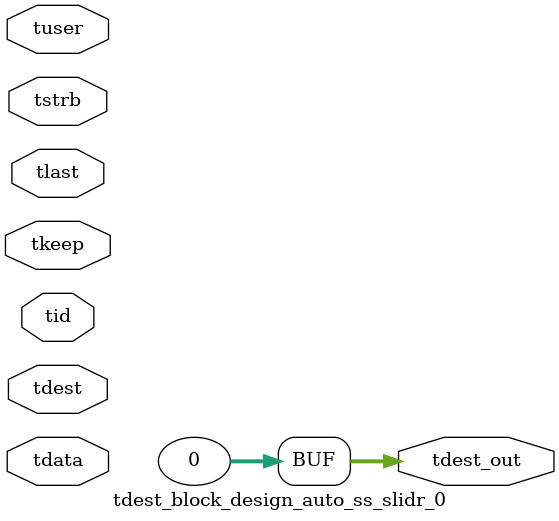
<source format=v>


`timescale 1ps/1ps

module tdest_block_design_auto_ss_slidr_0 #
(
parameter C_S_AXIS_TDATA_WIDTH = 32,
parameter C_S_AXIS_TUSER_WIDTH = 0,
parameter C_S_AXIS_TID_WIDTH   = 0,
parameter C_S_AXIS_TDEST_WIDTH = 0,
parameter C_M_AXIS_TDEST_WIDTH = 32
)
(
input  [(C_S_AXIS_TDATA_WIDTH == 0 ? 1 : C_S_AXIS_TDATA_WIDTH)-1:0     ] tdata,
input  [(C_S_AXIS_TUSER_WIDTH == 0 ? 1 : C_S_AXIS_TUSER_WIDTH)-1:0     ] tuser,
input  [(C_S_AXIS_TID_WIDTH   == 0 ? 1 : C_S_AXIS_TID_WIDTH)-1:0       ] tid,
input  [(C_S_AXIS_TDEST_WIDTH == 0 ? 1 : C_S_AXIS_TDEST_WIDTH)-1:0     ] tdest,
input  [(C_S_AXIS_TDATA_WIDTH/8)-1:0 ] tkeep,
input  [(C_S_AXIS_TDATA_WIDTH/8)-1:0 ] tstrb,
input                                                                    tlast,
output [C_M_AXIS_TDEST_WIDTH-1:0] tdest_out
);

assign tdest_out = {1'b0};

endmodule


</source>
